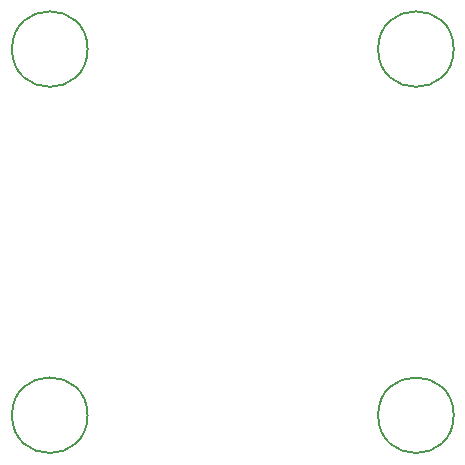
<source format=gbr>
%TF.GenerationSoftware,KiCad,Pcbnew,7.0.6*%
%TF.CreationDate,2024-02-29T21:09:00-05:00*%
%TF.ProjectId,Axis_Basic,41786973-5f42-4617-9369-632e6b696361,rev?*%
%TF.SameCoordinates,Original*%
%TF.FileFunction,Other,Comment*%
%FSLAX46Y46*%
G04 Gerber Fmt 4.6, Leading zero omitted, Abs format (unit mm)*
G04 Created by KiCad (PCBNEW 7.0.6) date 2024-02-29 21:09:00*
%MOMM*%
%LPD*%
G01*
G04 APERTURE LIST*
%ADD10C,0.150000*%
G04 APERTURE END LIST*
D10*
%TO.C,H1*%
X168700000Y-115500000D02*
G75*
G03*
X168700000Y-115500000I-3200000J0D01*
G01*
%TO.C,H4*%
X168700000Y-84500000D02*
G75*
G03*
X168700000Y-84500000I-3200000J0D01*
G01*
%TO.C,H3*%
X137700000Y-84500000D02*
G75*
G03*
X137700000Y-84500000I-3200000J0D01*
G01*
%TO.C,H2*%
X137700000Y-115500000D02*
G75*
G03*
X137700000Y-115500000I-3200000J0D01*
G01*
%TD*%
M02*

</source>
